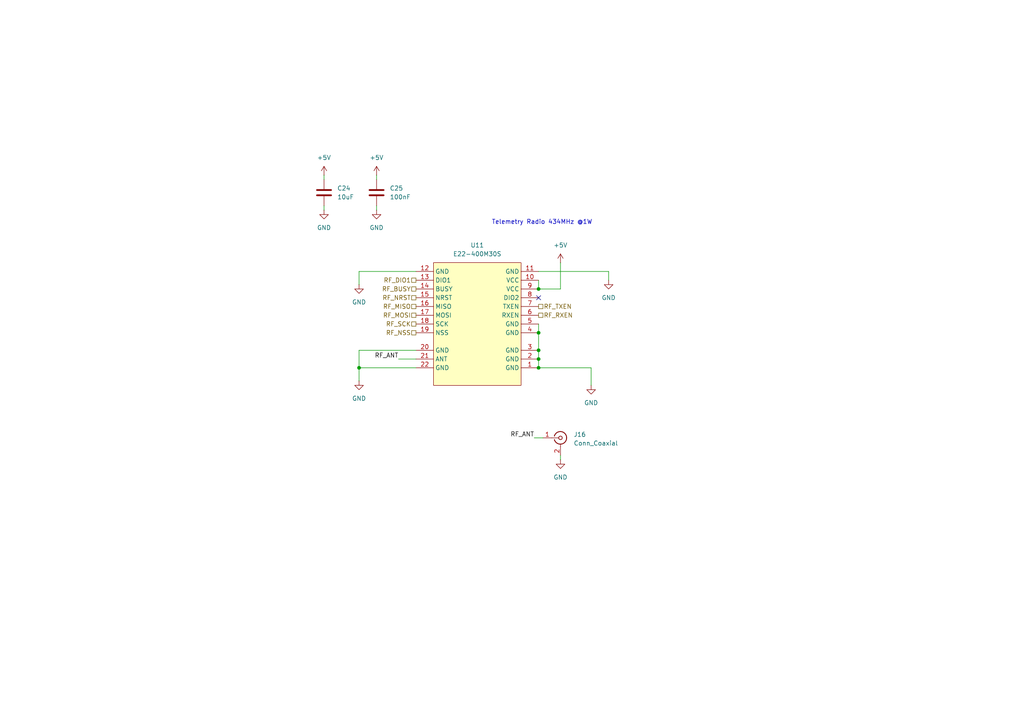
<source format=kicad_sch>
(kicad_sch (version 20250114) (generator "eeschema") (generator_version "9.0")
  (paper "A4")
  (lib_symbols
    (symbol "Connector:Conn_Coaxial" (pin_names (offset 1.016) (hide yes))
      (property "Reference" "J" (at 0.254 3.048 0))
      (property "Value" "Conn_Coaxial" (at 2.921 0 90))
      (symbol "Conn_Coaxial_0_1"
        (polyline (pts (xy -2.54 0) (xy -0.508 0)))
        (arc (start 1.778 0) (mid 0.222 -1.8079) (end -1.778 -0.508) (stroke (width 0.254)))
        (arc (start -1.778 0.508) (mid 0.2221 1.8084) (end 1.778 0) (stroke (width 0.254)))
        (circle (center 0 0) (radius 0.508) (stroke (width 0.2032)))
        (polyline (pts (xy 0 -2.54) (xy 0 -1.778)))
      )
      (symbol "Conn_Coaxial_1_1"
        (pin passive line (at -5.08 0 0) (length 2.54) (name "In") (number "1"))
        (pin passive line (at 0 -5.08 90) (length 2.54) (name "Ext") (number "2"))
      )
    )
    (symbol "Device:C" (pin_numbers (hide yes)) (pin_names (offset 0.254))
      (property "Reference" "C" (at 0.635 2.54 0))
      (property "Value" "C" (at 0.635 -2.54 0))
      (symbol "C_0_1"
        (polyline (pts (xy -2.032 0.762) (xy 2.032 0.762)) (stroke (width 0.508)))
        (polyline (pts (xy -2.032 -0.762) (xy 2.032 -0.762)) (stroke (width 0.508)))
      )
      (symbol "C_1_1"
        (pin passive line (at 0 3.81 270) (length 2.794) (name "~") (number "1"))
        (pin passive line (at 0 -3.81 90) (length 2.794) (name "~") (number "2"))
      )
    )
    (symbol "power:+5V" (power) (pin_numbers (hide yes)) (pin_names (offset 0) (hide yes))
      (property "Value" "+5V" (at 0 3.556 0))
      (symbol "+5V_0_1"
        (polyline (pts (xy -0.762 1.27) (xy 0 2.54)))
        (polyline (pts (xy 0 2.54) (xy 0.762 1.27)))
        (polyline (pts (xy 0 0) (xy 0 2.54)))
      )
      (symbol "+5V_1_1"
        (pin power_in line (at 0 0 90) (length 0) (name "~") (number "1"))
      )
    )
    (symbol "power:GND" (power) (pin_numbers (hide yes)) (pin_names (offset 0) (hide yes))
      (property "Value" "GND" (at 0 -3.81 0))
      (symbol "GND_0_1"
        (polyline (pts (xy 0 0) (xy 0 -1.27) (xy 1.27 -1.27) (xy 0 -2.54) (xy -1.27 -1.27) (xy 0 -1.27)))
      )
      (symbol "GND_1_1"
        (pin power_in line (at 0 0 270) (length 0) (name "~") (number "1"))
      )
    )
    (symbol "swiftlibs:E22-400M30S"
      (property "Reference" "U" (at 0 17.78 0))
      (property "Value" "E22-400M30S" (at 0 -20.32 0))
      (symbol "E22-400M30S_0_1"
        (rectangle (start -12.7 15.24) (end 12.7 -20.32) (fill (type background)))
        (pin unspecified line (at -17.78 12.7 0) (length 5.08) (name "GND") (number "12"))
        (pin unspecified line (at -17.78 10.16 0) (length 5.08) (name "DIO1") (number "13"))
        (pin unspecified line (at -17.78 7.62 0) (length 5.08) (name "BUSY") (number "14"))
        (pin unspecified line (at -17.78 5.08 0) (length 5.08) (name "NRST") (number "15"))
        (pin unspecified line (at -17.78 2.54 0) (length 5.08) (name "MISO") (number "16"))
        (pin unspecified line (at -17.78 0 0) (length 5.08) (name "MOSI") (number "17"))
        (pin unspecified line (at -17.78 -2.54 0) (length 5.08) (name "SCK") (number "18"))
        (pin unspecified line (at -17.78 -5.08 0) (length 5.08) (name "NSS") (number "19"))
        (pin unspecified line (at -17.78 -10.16 0) (length 5.08) (name "GND") (number "20"))
        (pin unspecified line (at -17.78 -12.7 0) (length 5.08) (name "ANT") (number "21"))
        (pin unspecified line (at -17.78 -15.24 0) (length 5.08) (name "GND") (number "22"))
        (pin unspecified line (at 17.78 12.7 180) (length 5.08) (name "GND") (number "11"))
        (pin unspecified line (at 17.78 10.16 180) (length 5.08) (name "VCC") (number "10"))
        (pin unspecified line (at 17.78 7.62 180) (length 5.08) (name "VCC") (number "9"))
        (pin unspecified line (at 17.78 5.08 180) (length 5.08) (name "DIO2") (number "8"))
        (pin unspecified line (at 17.78 2.54 180) (length 5.08) (name "TXEN") (number "7"))
        (pin unspecified line (at 17.78 0 180) (length 5.08) (name "RXEN") (number "6"))
        (pin unspecified line (at 17.78 -2.54 180) (length 5.08) (name "GND") (number "5"))
        (pin unspecified line (at 17.78 -5.08 180) (length 5.08) (name "GND") (number "4"))
        (pin unspecified line (at 17.78 -10.16 180) (length 5.08) (name "GND") (number "3"))
        (pin unspecified line (at 17.78 -12.7 180) (length 5.08) (name "GND") (number "2"))
        (pin unspecified line (at 17.78 -15.24 180) (length 5.08) (name "GND") (number "1"))
      )
    )
  )
  (text "Telemetry Radio 434MHz @1W" (at 157.226 64.516 0) (effects (font (size 1.27 1.27) (thickness 0.1588))))
  (junction (at 104.14 106.68))
  (junction (at 156.21 101.6))
  (junction (at 156.21 83.82))
  (junction (at 156.21 106.68))
  (junction (at 156.21 104.14))
  (junction (at 156.21 96.52))
  (no_connect (at 156.21 86.36))
  (wire (pts (xy 154.94 127) (xy 157.48 127)))
  (wire (pts (xy 156.21 104.14) (xy 156.21 106.68)))
  (wire (pts (xy 115.57 104.14) (xy 120.65 104.14)))
  (wire (pts (xy 104.14 106.68) (xy 120.65 106.68)))
  (wire (pts (xy 93.98 60.96) (xy 93.98 59.69)))
  (wire (pts (xy 104.14 106.68) (xy 104.14 101.6)))
  (wire (pts (xy 104.14 110.49) (xy 104.14 106.68)))
  (wire (pts (xy 104.14 101.6) (xy 120.65 101.6)))
  (wire (pts (xy 162.56 133.35) (xy 162.56 132.08)))
  (wire (pts (xy 104.14 82.55) (xy 104.14 78.74)))
  (wire (pts (xy 104.14 78.74) (xy 120.65 78.74)))
  (wire (pts (xy 162.56 76.2) (xy 162.56 83.82)))
  (wire (pts (xy 162.56 83.82) (xy 156.21 83.82)))
  (wire (pts (xy 156.21 93.98) (xy 156.21 96.52)))
  (wire (pts (xy 156.21 78.74) (xy 176.53 78.74)))
  (wire (pts (xy 93.98 50.8) (xy 93.98 52.07)))
  (wire (pts (xy 171.45 106.68) (xy 156.21 106.68)))
  (wire (pts (xy 109.22 60.96) (xy 109.22 59.69)))
  (wire (pts (xy 156.21 81.28) (xy 156.21 83.82)))
  (wire (pts (xy 156.21 96.52) (xy 156.21 101.6)))
  (wire (pts (xy 109.22 50.8) (xy 109.22 52.07)))
  (wire (pts (xy 171.45 111.76) (xy 171.45 106.68)))
  (wire (pts (xy 176.53 78.74) (xy 176.53 81.28)))
  (wire (pts (xy 156.21 101.6) (xy 156.21 104.14)))
  (label "RF_ANT" (at 154.94 127 180))
  (label "RF_ANT" (at 115.57 104.14 180))
  (hierarchical_label "RF_SCK" (shape passive) (at 120.65 93.98 180))
  (hierarchical_label "RF_TXEN" (shape passive) (at 156.21 88.9 0))
  (hierarchical_label "RF_NSS" (shape passive) (at 120.65 96.52 180))
  (hierarchical_label "RF_BUSY" (shape passive) (at 120.65 83.82 180))
  (hierarchical_label "RF_MISO" (shape passive) (at 120.65 88.9 180))
  (hierarchical_label "RF_DIO1" (shape passive) (at 120.65 81.28 180))
  (hierarchical_label "RF_NRST" (shape passive) (at 120.65 86.36 180))
  (hierarchical_label "RF_MOSI" (shape passive) (at 120.65 91.44 180))
  (hierarchical_label "RF_RXEN" (shape passive) (at 156.21 91.44 0))
  (symbol (lib_id "swiftlibs:E22-400M30S") (at 138.43 91.44 0) (unit 1)
    (property "Reference" "U11" (at 138.43 71.12 0))
    (property "Value" "E22-400M30S" (at 138.43 73.66 0))
    (property "Footprint" "SWIFTLIBS:WIRELM-SMD_E22-400M30S" (effects (hide yes)))
    (property "Datasheet" "https://lcsc.com/product-detail/Wireless-Modules_Chengdu-Ebyte-Elec-Tech-E22-400M30S_C411292.html" (effects (hide yes)))
    (property "LCSC Part" "C411292" (effects (hide yes)))
  )
  (symbol (lib_id "Connector:Conn_Coaxial") (at 162.56 127 0) (unit 1)
    (property "Reference" "J16" (at 166.37 126.0231 0) (effects (justify left)))
    (property "Value" "Conn_Coaxial" (at 166.37 128.5631 0) (effects (justify left)))
    (property "Footprint" "Connector_Coaxial:SMA_Amphenol_901-144_Vertical" (effects (hide yes)))
    (property "Description" "coaxial connector (BNC, SMA, SMB, SMC, Cinch/RCA, LEMO, ...)" (effects (hide yes)))
  )
  (symbol (lib_id "power:+5V") (at 93.98 50.8 0) (unit 1)
    (property "Reference" "#PWR0146" (effects (hide yes)))
    (property "Value" "+5V" (at 93.98 45.72 0))
    (property "Description" "Power symbol creates a global label with name \"+5V\"" (effects (hide yes)))
  )
  (symbol (lib_id "power:+5V") (at 109.22 50.8 0) (unit 1)
    (property "Reference" "#PWR0148" (effects (hide yes)))
    (property "Value" "+5V" (at 109.22 45.72 0))
    (property "Description" "Power symbol creates a global label with name \"+5V\"" (effects (hide yes)))
  )
  (symbol (lib_id "power:GND") (at 104.14 110.49 0) (unit 1)
    (property "Reference" "#PWR0151" (effects (hide yes)))
    (property "Value" "GND" (at 104.14 115.57 0))
    (property "Description" "Power symbol creates a global label with name \"GND\" , ground" (effects (hide yes)))
  )
  (symbol (lib_id "power:GND") (at 162.56 133.35 0) (unit 1)
    (property "Reference" "#PWR0152" (effects (hide yes)))
    (property "Value" "GND" (at 162.56 138.43 0))
    (property "Description" "Power symbol creates a global label with name \"GND\" , ground" (effects (hide yes)))
  )
  (symbol (lib_id "Device:C") (at 93.98 55.88 0) (unit 1)
    (property "Reference" "C24" (at 97.79 54.6099 0) (effects (justify left)))
    (property "Value" "10uF" (at 97.79 57.1499 0) (effects (justify left)))
    (property "Footprint" "Capacitor_SMD:C_0603_1608Metric" (effects (hide yes)))
    (property "Description" "Unpolarized capacitor" (effects (hide yes)))
  )
  (symbol (lib_id "power:GND") (at 176.53 81.28 0) (unit 1)
    (property "Reference" "#PWR0154" (effects (hide yes)))
    (property "Value" "GND" (at 176.53 86.36 0))
    (property "Description" "Power symbol creates a global label with name \"GND\" , ground" (effects (hide yes)))
  )
  (symbol (lib_id "power:GND") (at 171.45 111.76 0) (unit 1)
    (property "Reference" "#PWR0155" (effects (hide yes)))
    (property "Value" "GND" (at 171.45 116.84 0))
    (property "Description" "Power symbol creates a global label with name \"GND\" , ground" (effects (hide yes)))
  )
  (symbol (lib_id "power:GND") (at 109.22 60.96 0) (unit 1)
    (property "Reference" "#PWR0149" (effects (hide yes)))
    (property "Value" "GND" (at 109.22 66.04 0))
    (property "Description" "Power symbol creates a global label with name \"GND\" , ground" (effects (hide yes)))
  )
  (symbol (lib_id "Device:C") (at 109.22 55.88 0) (unit 1)
    (property "Reference" "C25" (at 113.03 54.6099 0) (effects (justify left)))
    (property "Value" "100nF" (at 113.03 57.1499 0) (effects (justify left)))
    (property "Footprint" "Capacitor_SMD:C_0603_1608Metric" (effects (hide yes)))
    (property "Description" "Unpolarized capacitor" (effects (hide yes)))
  )
  (symbol (lib_id "power:GND") (at 104.14 82.55 0) (unit 1)
    (property "Reference" "#PWR0150" (effects (hide yes)))
    (property "Value" "GND" (at 104.14 87.63 0))
    (property "Description" "Power symbol creates a global label with name \"GND\" , ground" (effects (hide yes)))
  )
  (symbol (lib_id "power:GND") (at 93.98 60.96 0) (unit 1)
    (property "Reference" "#PWR0147" (effects (hide yes)))
    (property "Value" "GND" (at 93.98 66.04 0))
    (property "Description" "Power symbol creates a global label with name \"GND\" , ground" (effects (hide yes)))
  )
  (symbol (lib_id "power:+5V") (at 162.56 76.2 0) (unit 1)
    (property "Reference" "#PWR0153" (effects (hide yes)))
    (property "Value" "+5V" (at 162.56 71.12 0))
    (property "Description" "Power symbol creates a global label with name \"+5V\"" (effects (hide yes)))
  )
)
</source>
